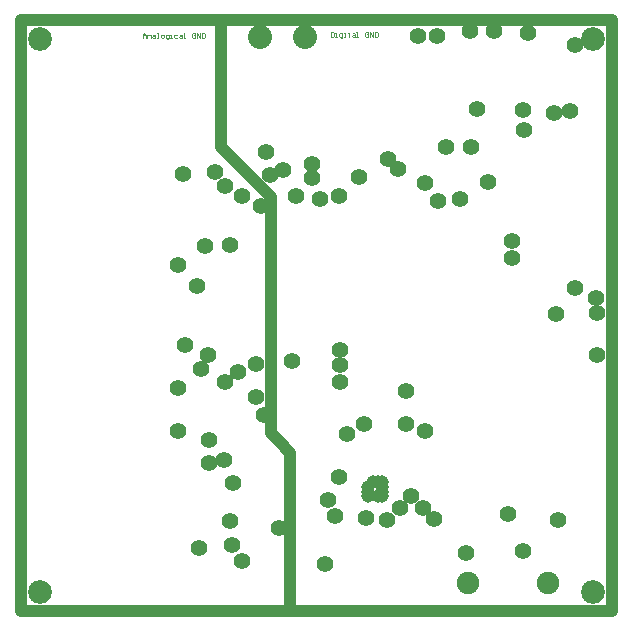
<source format=gbr>
%TF.GenerationSoftware,Altium Limited,Altium Designer,20.1.11 (218)*%
G04 Layer_Physical_Order=2*
G04 Layer_Color=32768*
%FSLAX45Y45*%
%MOMM*%
%TF.SameCoordinates,A720D921-2E1A-4B1E-B03F-C1F3B01285F1*%
%TF.FilePolarity,Negative*%
%TF.FileFunction,Copper,L2,Inr,Plane*%
%TF.Part,Single*%
G01*
G75*
%TA.AperFunction,NonConductor*%
%ADD64C,1.00000*%
%ADD65C,1.01600*%
%ADD66C,0.10000*%
%TA.AperFunction,ComponentPad*%
%ADD67C,1.91600*%
%TA.AperFunction,WasherPad*%
%ADD68C,2.01600*%
%TA.AperFunction,ComponentPad*%
%ADD69C,2.03600*%
%TA.AperFunction,ViaPad*%
%ADD70C,1.41600*%
%ADD71C,1.14600*%
%ADD72C,1.13600*%
D64*
X2280000Y20000D02*
Y1340000D01*
X2180000Y1440000D02*
X2280000Y1340000D01*
X2115000Y1505000D02*
Y3505000D01*
Y1505000D02*
X2180000Y1440000D01*
X1690000Y3930000D02*
X2115000Y3505000D01*
X1690000Y3930000D02*
Y4960000D01*
D65*
X0Y0D02*
X5000000D01*
Y5000000D01*
X0D02*
X5000000D01*
X0Y0D02*
Y5000000D01*
D66*
X2620000Y4903316D02*
Y4863329D01*
X2639994D01*
X2646658Y4869993D01*
Y4896651D01*
X2639994Y4903316D01*
X2620000D01*
X2659987Y4863329D02*
X2673316D01*
X2666652D01*
Y4889987D01*
X2659987D01*
X2706638Y4850000D02*
X2713303D01*
X2719968Y4856664D01*
Y4889987D01*
X2699974D01*
X2693310Y4883322D01*
Y4869993D01*
X2699974Y4863329D01*
X2719968D01*
X2733297D02*
X2746625D01*
X2739961D01*
Y4889987D01*
X2733297D01*
X2773284Y4896651D02*
Y4889987D01*
X2766619D01*
X2779948D01*
X2773284D01*
Y4869993D01*
X2779948Y4863329D01*
X2806606Y4889987D02*
X2819935D01*
X2826600Y4883322D01*
Y4863329D01*
X2806606D01*
X2799942Y4869993D01*
X2806606Y4876658D01*
X2826600D01*
X2839929Y4863329D02*
X2853257D01*
X2846593D01*
Y4903316D01*
X2839929D01*
X2939896Y4896651D02*
X2933232Y4903316D01*
X2919902D01*
X2913238Y4896651D01*
Y4869993D01*
X2919902Y4863329D01*
X2933232D01*
X2939896Y4869993D01*
Y4883322D01*
X2926567D01*
X2953225Y4863329D02*
Y4903316D01*
X2979883Y4863329D01*
Y4903316D01*
X2993212D02*
Y4863329D01*
X3013206D01*
X3019870Y4869993D01*
Y4896651D01*
X3013206Y4903316D01*
X2993212D01*
X1030000Y4853329D02*
Y4879987D01*
X1043329Y4893316D01*
X1056658Y4879987D01*
Y4853329D01*
Y4873322D01*
X1030000D01*
X1069987Y4853329D02*
Y4879987D01*
X1089981D01*
X1096645Y4873322D01*
Y4853329D01*
X1116638Y4879987D02*
X1129968D01*
X1136632Y4873322D01*
Y4853329D01*
X1116638D01*
X1109974Y4859993D01*
X1116638Y4866658D01*
X1136632D01*
X1149961Y4853329D02*
X1163290D01*
X1156625D01*
Y4893316D01*
X1149961D01*
X1189948Y4853329D02*
X1203277D01*
X1209941Y4859993D01*
Y4873322D01*
X1203277Y4879987D01*
X1189948D01*
X1183283Y4873322D01*
Y4859993D01*
X1189948Y4853329D01*
X1236599Y4840000D02*
X1243264D01*
X1249928Y4846664D01*
Y4879987D01*
X1229935D01*
X1223270Y4873322D01*
Y4859993D01*
X1229935Y4853329D01*
X1249928D01*
X1263257D02*
X1276586D01*
X1269922D01*
Y4879987D01*
X1263257D01*
X1323238D02*
X1303244D01*
X1296580Y4873322D01*
Y4859993D01*
X1303244Y4853329D01*
X1323238D01*
X1343231Y4879987D02*
X1356560D01*
X1363225Y4873322D01*
Y4853329D01*
X1343231D01*
X1336567Y4859993D01*
X1343231Y4866658D01*
X1363225D01*
X1376554Y4853329D02*
X1389883D01*
X1383218D01*
Y4893316D01*
X1376554D01*
X1476521Y4886651D02*
X1469857Y4893316D01*
X1456528D01*
X1449863Y4886651D01*
Y4859993D01*
X1456528Y4853329D01*
X1469857D01*
X1476521Y4859993D01*
Y4873322D01*
X1463192D01*
X1489850Y4853329D02*
Y4893316D01*
X1516508Y4853329D01*
Y4893316D01*
X1529837D02*
Y4853329D01*
X1549831D01*
X1556495Y4859993D01*
Y4886651D01*
X1549831Y4893316D01*
X1529837D01*
D67*
X4459999Y240002D02*
D03*
X3780000D02*
D03*
D68*
X4840000Y4840000D02*
D03*
X160000Y160000D02*
D03*
Y4840000D02*
D03*
X4840000Y160000D02*
D03*
D69*
X2020000Y4860000D02*
D03*
X2401000D02*
D03*
D70*
X4249999Y4239999D02*
D03*
X4257934Y4075866D02*
D03*
X3860000Y4250000D02*
D03*
X4510000Y4220000D02*
D03*
X4650000Y4230000D02*
D03*
X4158000Y3129377D02*
D03*
Y2990000D02*
D03*
X1580076Y2170000D02*
D03*
X1330000Y1884139D02*
D03*
Y2930000D02*
D03*
X1390000Y2250000D02*
D03*
X1490000Y2750000D02*
D03*
X4689600Y4794600D02*
D03*
X3259999Y1859999D02*
D03*
X3420000Y1520000D02*
D03*
X3260000Y1580000D02*
D03*
X1840400Y2020000D02*
D03*
X1730400Y1940000D02*
D03*
X1991665Y2090000D02*
D03*
X2060000Y1660000D02*
D03*
X2290000Y2120000D02*
D03*
X1520000Y2050000D02*
D03*
X3500000Y780000D02*
D03*
X4120000Y820000D02*
D03*
X3770000Y490000D02*
D03*
X3810000Y3929600D02*
D03*
X3110000Y3830000D02*
D03*
X4880000Y2520000D02*
D03*
X3403692Y873692D02*
D03*
X4550000Y770000D02*
D03*
X4250000Y510000D02*
D03*
X1770000Y761909D02*
D03*
X2180000Y700000D02*
D03*
X1791091Y1081863D02*
D03*
X3100000Y770000D02*
D03*
D03*
X2690000Y1130000D02*
D03*
X3950000Y3629600D02*
D03*
X2530000Y3488800D02*
D03*
X2860000Y3670000D02*
D03*
X3720000Y3490000D02*
D03*
X4290000Y4890000D02*
D03*
X3420000Y3620000D02*
D03*
X3190000Y3740400D02*
D03*
X3530000Y3470000D02*
D03*
X2464600Y3665000D02*
D03*
X3600001Y3929998D02*
D03*
X2330000Y3515000D02*
D03*
X2690220Y3509780D02*
D03*
X2219996Y3729993D02*
D03*
X2075000Y3885000D02*
D03*
X4689937Y2730000D02*
D03*
X4869600Y2649998D02*
D03*
X4530000Y2514969D02*
D03*
X2920000Y790000D02*
D03*
X3210400Y870000D02*
D03*
X2460000Y3780000D02*
D03*
X2760000Y1500000D02*
D03*
X2600000Y939998D02*
D03*
D03*
X2660000Y800000D02*
D03*
X1990400Y1810000D02*
D03*
X1870000Y3510000D02*
D03*
X1640000Y3719200D02*
D03*
X3360000Y4870000D02*
D03*
X4000000Y4910000D02*
D03*
X3800439Y4909600D02*
D03*
X4880000Y2170000D02*
D03*
X2570000Y400000D02*
D03*
X3300000Y970000D02*
D03*
X1330000Y1520000D02*
D03*
X2900000Y1580000D02*
D03*
X2700000Y2080000D02*
D03*
Y1940000D02*
D03*
Y2210000D02*
D03*
X3524268Y4869600D02*
D03*
X1720000Y1280000D02*
D03*
X1770000Y3100000D02*
D03*
X1559600Y3089600D02*
D03*
X2110001Y3690000D02*
D03*
X2030000Y3430000D02*
D03*
X1730000Y3600000D02*
D03*
X1589606Y1450000D02*
D03*
X1870000Y420000D02*
D03*
X1790000Y560000D02*
D03*
X1510000Y530000D02*
D03*
X1590000Y1250000D02*
D03*
X1370000Y3700000D02*
D03*
D71*
X3060000Y970000D02*
D03*
Y1050000D02*
D03*
Y1010000D02*
D03*
X3060002Y1090002D02*
D03*
X3020000Y1090000D02*
D03*
X2980000D02*
D03*
X2940003Y1010002D02*
D03*
X2940000Y1050000D02*
D03*
X3020000Y970000D02*
D03*
D72*
X2940000D02*
D03*
%TF.MD5,a7109891bd45c34b3802699052f4ff28*%
M02*

</source>
